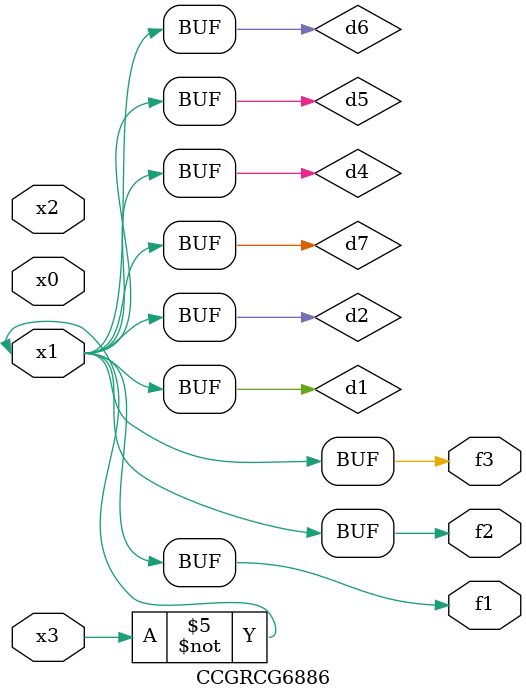
<source format=v>
module CCGRCG6886(
	input x0, x1, x2, x3,
	output f1, f2, f3
);

	wire d1, d2, d3, d4, d5, d6, d7;

	not (d1, x3);
	buf (d2, x1);
	xnor (d3, d1, d2);
	nor (d4, d1);
	buf (d5, d1, d2);
	buf (d6, d4, d5);
	nand (d7, d4);
	assign f1 = d6;
	assign f2 = d7;
	assign f3 = d6;
endmodule

</source>
